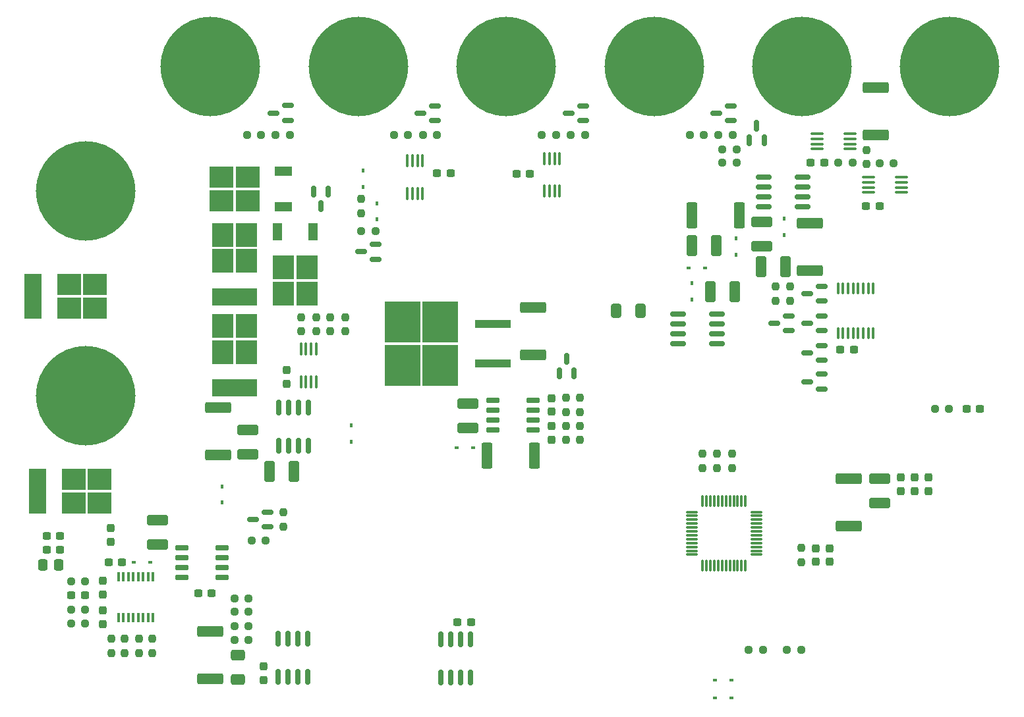
<source format=gbr>
%TF.GenerationSoftware,KiCad,Pcbnew,7.0.9-7.0.9~ubuntu22.04.1*%
%TF.CreationDate,2023-11-29T19:20:40+01:00*%
%TF.ProjectId,battery-management-system,62617474-6572-4792-9d6d-616e6167656d,rev?*%
%TF.SameCoordinates,Original*%
%TF.FileFunction,Paste,Bot*%
%TF.FilePolarity,Positive*%
%FSLAX46Y46*%
G04 Gerber Fmt 4.6, Leading zero omitted, Abs format (unit mm)*
G04 Created by KiCad (PCBNEW 7.0.9-7.0.9~ubuntu22.04.1) date 2023-11-29 19:20:40*
%MOMM*%
%LPD*%
G01*
G04 APERTURE LIST*
G04 Aperture macros list*
%AMRoundRect*
0 Rectangle with rounded corners*
0 $1 Rounding radius*
0 $2 $3 $4 $5 $6 $7 $8 $9 X,Y pos of 4 corners*
0 Add a 4 corners polygon primitive as box body*
4,1,4,$2,$3,$4,$5,$6,$7,$8,$9,$2,$3,0*
0 Add four circle primitives for the rounded corners*
1,1,$1+$1,$2,$3*
1,1,$1+$1,$4,$5*
1,1,$1+$1,$6,$7*
1,1,$1+$1,$8,$9*
0 Add four rect primitives between the rounded corners*
20,1,$1+$1,$2,$3,$4,$5,0*
20,1,$1+$1,$4,$5,$6,$7,0*
20,1,$1+$1,$6,$7,$8,$9,0*
20,1,$1+$1,$8,$9,$2,$3,0*%
G04 Aperture macros list end*
%ADD10C,12.800000*%
%ADD11RoundRect,0.100000X-0.100000X0.712500X-0.100000X-0.712500X0.100000X-0.712500X0.100000X0.712500X0*%
%ADD12RoundRect,0.237500X-0.237500X0.250000X-0.237500X-0.250000X0.237500X-0.250000X0.237500X0.250000X0*%
%ADD13RoundRect,0.237500X0.250000X0.237500X-0.250000X0.237500X-0.250000X-0.237500X0.250000X-0.237500X0*%
%ADD14R,2.750000X3.050000*%
%ADD15R,5.760000X2.200000*%
%ADD16RoundRect,0.249999X1.425001X-0.450001X1.425001X0.450001X-1.425001X0.450001X-1.425001X-0.450001X0*%
%ADD17RoundRect,0.237500X-0.300000X-0.237500X0.300000X-0.237500X0.300000X0.237500X-0.300000X0.237500X0*%
%ADD18RoundRect,0.150000X0.587500X0.150000X-0.587500X0.150000X-0.587500X-0.150000X0.587500X-0.150000X0*%
%ADD19RoundRect,0.237500X-0.237500X0.300000X-0.237500X-0.300000X0.237500X-0.300000X0.237500X0.300000X0*%
%ADD20RoundRect,0.237500X0.300000X0.237500X-0.300000X0.237500X-0.300000X-0.237500X0.300000X-0.237500X0*%
%ADD21R,0.450000X0.600000*%
%ADD22RoundRect,0.150000X0.150000X-0.587500X0.150000X0.587500X-0.150000X0.587500X-0.150000X-0.587500X0*%
%ADD23RoundRect,0.250000X0.337500X0.475000X-0.337500X0.475000X-0.337500X-0.475000X0.337500X-0.475000X0*%
%ADD24RoundRect,0.150000X0.825000X0.150000X-0.825000X0.150000X-0.825000X-0.150000X0.825000X-0.150000X0*%
%ADD25RoundRect,0.100000X0.712500X0.100000X-0.712500X0.100000X-0.712500X-0.100000X0.712500X-0.100000X0*%
%ADD26RoundRect,0.250000X-0.412500X-1.100000X0.412500X-1.100000X0.412500X1.100000X-0.412500X1.100000X0*%
%ADD27RoundRect,0.237500X0.237500X-0.250000X0.237500X0.250000X-0.237500X0.250000X-0.237500X-0.250000X0*%
%ADD28RoundRect,0.250000X1.100000X-0.412500X1.100000X0.412500X-1.100000X0.412500X-1.100000X-0.412500X0*%
%ADD29RoundRect,0.237500X0.237500X-0.300000X0.237500X0.300000X-0.237500X0.300000X-0.237500X-0.300000X0*%
%ADD30RoundRect,0.237500X-0.250000X-0.237500X0.250000X-0.237500X0.250000X0.237500X-0.250000X0.237500X0*%
%ADD31RoundRect,0.150000X0.150000X-0.825000X0.150000X0.825000X-0.150000X0.825000X-0.150000X-0.825000X0*%
%ADD32R,3.050000X2.750000*%
%ADD33R,2.200000X1.200000*%
%ADD34RoundRect,0.250000X-1.100000X0.412500X-1.100000X-0.412500X1.100000X-0.412500X1.100000X0.412500X0*%
%ADD35RoundRect,0.100000X-0.100000X0.637500X-0.100000X-0.637500X0.100000X-0.637500X0.100000X0.637500X0*%
%ADD36RoundRect,0.150000X-0.150000X0.587500X-0.150000X-0.587500X0.150000X-0.587500X0.150000X0.587500X0*%
%ADD37R,0.600000X0.450000*%
%ADD38RoundRect,0.250000X0.412500X1.100000X-0.412500X1.100000X-0.412500X-1.100000X0.412500X-1.100000X0*%
%ADD39RoundRect,0.249999X-0.450001X-1.425001X0.450001X-1.425001X0.450001X1.425001X-0.450001X1.425001X0*%
%ADD40RoundRect,0.250000X0.412500X0.650000X-0.412500X0.650000X-0.412500X-0.650000X0.412500X-0.650000X0*%
%ADD41R,4.550000X5.250000*%
%ADD42R,4.600000X1.100000*%
%ADD43RoundRect,0.150000X0.725000X0.150000X-0.725000X0.150000X-0.725000X-0.150000X0.725000X-0.150000X0*%
%ADD44RoundRect,0.100000X0.100000X-0.712500X0.100000X0.712500X-0.100000X0.712500X-0.100000X-0.712500X0*%
%ADD45RoundRect,0.150000X-0.825000X-0.150000X0.825000X-0.150000X0.825000X0.150000X-0.825000X0.150000X0*%
%ADD46RoundRect,0.249999X-1.425001X0.450001X-1.425001X-0.450001X1.425001X-0.450001X1.425001X0.450001X0*%
%ADD47RoundRect,0.075000X0.662500X0.075000X-0.662500X0.075000X-0.662500X-0.075000X0.662500X-0.075000X0*%
%ADD48RoundRect,0.075000X0.075000X0.662500X-0.075000X0.662500X-0.075000X-0.662500X0.075000X-0.662500X0*%
%ADD49R,0.400000X1.200000*%
%ADD50RoundRect,0.150000X-0.150000X0.825000X-0.150000X-0.825000X0.150000X-0.825000X0.150000X0.825000X0*%
%ADD51RoundRect,0.250000X-0.650000X0.412500X-0.650000X-0.412500X0.650000X-0.412500X0.650000X0.412500X0*%
%ADD52R,1.200000X2.200000*%
%ADD53R,2.200000X5.760000*%
%ADD54RoundRect,0.249999X0.450001X1.425001X-0.450001X1.425001X-0.450001X-1.425001X0.450001X-1.425001X0*%
G04 APERTURE END LIST*
D10*
%TO.C,J5*%
X122000000Y-30000000D03*
%TD*%
%TO.C,J1*%
X46000000Y-30000000D03*
%TD*%
%TO.C,J10*%
X30000000Y-72300000D03*
%TD*%
%TO.C,J6*%
X30000000Y-46000000D03*
%TD*%
%TO.C,J3*%
X84000000Y-30000000D03*
%TD*%
%TO.C,J2*%
X65000000Y-30000000D03*
%TD*%
%TO.C,J8*%
X141000000Y-30000000D03*
%TD*%
%TO.C,J4*%
X103000000Y-30000000D03*
%TD*%
D11*
%TO.C,U10*%
X57625000Y-66287500D03*
X58275000Y-66287500D03*
X58925000Y-66287500D03*
X59575000Y-66287500D03*
X59575000Y-70512500D03*
X58925000Y-70512500D03*
X58275000Y-70512500D03*
X57625000Y-70512500D03*
%TD*%
D12*
%TO.C,R50*%
X120500000Y-58287500D03*
X120500000Y-60112500D03*
%TD*%
D13*
%TO.C,R29*%
X90412500Y-38800000D03*
X88587500Y-38800000D03*
%TD*%
D14*
%TO.C,D9*%
X47575000Y-66675000D03*
X50625000Y-66675000D03*
X47575000Y-63325000D03*
X50625000Y-63325000D03*
D15*
X49100000Y-71300000D03*
%TD*%
D16*
%TO.C,R59*%
X128000000Y-89050000D03*
X128000000Y-82950000D03*
%TD*%
D17*
%TO.C,C17*%
X85337500Y-43800000D03*
X87062500Y-43800000D03*
%TD*%
D13*
%TO.C,R47*%
X53112500Y-90900000D03*
X51287500Y-90900000D03*
%TD*%
D17*
%TO.C,C26*%
X143137500Y-74000000D03*
X144862500Y-74000000D03*
%TD*%
D18*
%TO.C,Q7*%
X74875000Y-35050000D03*
X74875000Y-36950000D03*
X73000000Y-36000000D03*
%TD*%
D19*
%TO.C,C24*%
X125600000Y-91937500D03*
X125600000Y-93662500D03*
%TD*%
D13*
%TO.C,R26*%
X75112500Y-38800000D03*
X73287500Y-38800000D03*
%TD*%
D20*
%TO.C,C34*%
X131962500Y-47900000D03*
X130237500Y-47900000D03*
%TD*%
D21*
%TO.C,D24*%
X119700000Y-51650000D03*
X119700000Y-49550000D03*
%TD*%
D22*
%TO.C,Q11*%
X92750000Y-69437500D03*
X90850000Y-69437500D03*
X91800000Y-67562500D03*
%TD*%
D23*
%TO.C,C9*%
X26537500Y-94100000D03*
X24462500Y-94100000D03*
%TD*%
D24*
%TO.C,U15*%
X111075000Y-61795000D03*
X111075000Y-63065000D03*
X111075000Y-64335000D03*
X111075000Y-65605000D03*
X106125000Y-65605000D03*
X106125000Y-64335000D03*
X106125000Y-63065000D03*
X106125000Y-61795000D03*
%TD*%
D25*
%TO.C,U11*%
X128212500Y-38625000D03*
X128212500Y-39275000D03*
X128212500Y-39925000D03*
X128212500Y-40575000D03*
X123987500Y-40575000D03*
X123987500Y-39925000D03*
X123987500Y-39275000D03*
X123987500Y-38625000D03*
%TD*%
D19*
%TO.C,C4*%
X89800000Y-76237500D03*
X89800000Y-77962500D03*
%TD*%
D17*
%TO.C,C33*%
X126937500Y-66400000D03*
X128662500Y-66400000D03*
%TD*%
D19*
%TO.C,C25*%
X123800000Y-91937500D03*
X123800000Y-93662500D03*
%TD*%
D21*
%TO.C,D15*%
X107900000Y-57850000D03*
X107900000Y-59950000D03*
%TD*%
D26*
%TO.C,C36*%
X110237500Y-58900000D03*
X113362500Y-58900000D03*
%TD*%
D27*
%TO.C,R8*%
X91700000Y-78012500D03*
X91700000Y-76187500D03*
%TD*%
D13*
%TO.C,R23*%
X113612500Y-40600000D03*
X111787500Y-40600000D03*
%TD*%
D27*
%TO.C,R9*%
X91700000Y-74412500D03*
X91700000Y-72587500D03*
%TD*%
D12*
%TO.C,R39*%
X59600000Y-62187500D03*
X59600000Y-64012500D03*
%TD*%
D17*
%TO.C,C14*%
X28137500Y-98000000D03*
X29862500Y-98000000D03*
%TD*%
D28*
%TO.C,C1*%
X39200000Y-91462500D03*
X39200000Y-88337500D03*
%TD*%
D29*
%TO.C,C10*%
X32200000Y-97862500D03*
X32200000Y-96137500D03*
%TD*%
D30*
%TO.C,R5*%
X49087500Y-100100000D03*
X50912500Y-100100000D03*
%TD*%
D13*
%TO.C,R28*%
X94112500Y-38800000D03*
X92287500Y-38800000D03*
%TD*%
D29*
%TO.C,C18*%
X52800000Y-108862500D03*
X52800000Y-107137500D03*
%TD*%
D13*
%TO.C,R22*%
X113612500Y-42300000D03*
X111787500Y-42300000D03*
%TD*%
%TO.C,R24*%
X56212500Y-38800000D03*
X54387500Y-38800000D03*
%TD*%
D31*
%TO.C,U9*%
X79405000Y-108575000D03*
X78135000Y-108575000D03*
X76865000Y-108575000D03*
X75595000Y-108575000D03*
X75595000Y-103625000D03*
X76865000Y-103625000D03*
X78135000Y-103625000D03*
X79405000Y-103625000D03*
%TD*%
D32*
%TO.C,Q2*%
X50775000Y-47225000D03*
X50775000Y-44175000D03*
X47425000Y-47225000D03*
X47425000Y-44175000D03*
D33*
X55400000Y-43420000D03*
X55400000Y-47980000D03*
%TD*%
D13*
%TO.C,R21*%
X121912500Y-105000000D03*
X120087500Y-105000000D03*
%TD*%
D27*
%TO.C,R42*%
X61400000Y-64012500D03*
X61400000Y-62187500D03*
%TD*%
D18*
%TO.C,Q12*%
X120337500Y-62050000D03*
X120337500Y-63950000D03*
X118462500Y-63000000D03*
%TD*%
D13*
%TO.C,R6*%
X50912500Y-101900000D03*
X49087500Y-101900000D03*
%TD*%
D30*
%TO.C,FB1*%
X28087500Y-96200000D03*
X29912500Y-96200000D03*
%TD*%
D21*
%TO.C,D3*%
X47500000Y-86050000D03*
X47500000Y-83950000D03*
%TD*%
D27*
%TO.C,R16*%
X36800000Y-105412500D03*
X36800000Y-103587500D03*
%TD*%
D13*
%TO.C,R7*%
X50912500Y-98400000D03*
X49087500Y-98400000D03*
%TD*%
D34*
%TO.C,C19*%
X132000000Y-82937500D03*
X132000000Y-86062500D03*
%TD*%
D29*
%TO.C,C27*%
X55800000Y-70762500D03*
X55800000Y-69037500D03*
%TD*%
D16*
%TO.C,R1*%
X131500000Y-38750000D03*
X131500000Y-32650000D03*
%TD*%
D35*
%TO.C,U13*%
X126625000Y-58537500D03*
X127275000Y-58537500D03*
X127925000Y-58537500D03*
X128575000Y-58537500D03*
X129225000Y-58537500D03*
X129875000Y-58537500D03*
X130525000Y-58537500D03*
X131175000Y-58537500D03*
X131175000Y-64262500D03*
X130525000Y-64262500D03*
X129875000Y-64262500D03*
X129225000Y-64262500D03*
X128575000Y-64262500D03*
X127925000Y-64262500D03*
X127275000Y-64262500D03*
X126625000Y-64262500D03*
%TD*%
D21*
%TO.C,D2*%
X67400000Y-47550000D03*
X67400000Y-49650000D03*
%TD*%
D18*
%TO.C,Q16*%
X124537500Y-65850000D03*
X124537500Y-67750000D03*
X122662500Y-66800000D03*
%TD*%
D13*
%TO.C,R55*%
X133812500Y-42400000D03*
X131987500Y-42400000D03*
%TD*%
%TO.C,R25*%
X52512500Y-38800000D03*
X50687500Y-38800000D03*
%TD*%
D36*
%TO.C,Q1*%
X59250000Y-46062500D03*
X61150000Y-46062500D03*
X60200000Y-47937500D03*
%TD*%
D19*
%TO.C,C21*%
X134700000Y-82837500D03*
X134700000Y-84562500D03*
%TD*%
D37*
%TO.C,D21*%
X110850000Y-108900000D03*
X112950000Y-108900000D03*
%TD*%
D16*
%TO.C,R51*%
X46000000Y-108750000D03*
X46000000Y-102650000D03*
%TD*%
D38*
%TO.C,C28*%
X56762500Y-82000000D03*
X53637500Y-82000000D03*
%TD*%
D30*
%TO.C,R35*%
X139087500Y-74000000D03*
X140912500Y-74000000D03*
%TD*%
D11*
%TO.C,U6*%
X71325000Y-42087500D03*
X71975000Y-42087500D03*
X72625000Y-42087500D03*
X73275000Y-42087500D03*
X73275000Y-46312500D03*
X72625000Y-46312500D03*
X71975000Y-46312500D03*
X71325000Y-46312500D03*
%TD*%
D39*
%TO.C,R52*%
X81550000Y-80000000D03*
X87650000Y-80000000D03*
%TD*%
D12*
%TO.C,R36*%
X109200000Y-79787500D03*
X109200000Y-81612500D03*
%TD*%
%TO.C,R49*%
X118600000Y-58287500D03*
X118600000Y-60112500D03*
%TD*%
D20*
%TO.C,C3*%
X46162500Y-97700000D03*
X44437500Y-97700000D03*
%TD*%
D13*
%TO.C,R30*%
X113112500Y-38800000D03*
X111287500Y-38800000D03*
%TD*%
D30*
%TO.C,R4*%
X49087500Y-103700000D03*
X50912500Y-103700000D03*
%TD*%
D40*
%TO.C,C8*%
X101262500Y-61400000D03*
X98137500Y-61400000D03*
%TD*%
D18*
%TO.C,Q10*%
X53337500Y-87250000D03*
X53337500Y-89150000D03*
X51462500Y-88200000D03*
%TD*%
D27*
%TO.C,R57*%
X130300000Y-42512500D03*
X130300000Y-40687500D03*
%TD*%
D12*
%TO.C,R38*%
X113000000Y-79787500D03*
X113000000Y-81612500D03*
%TD*%
D18*
%TO.C,Q6*%
X56000000Y-35000000D03*
X56000000Y-36900000D03*
X54125000Y-35950000D03*
%TD*%
D20*
%TO.C,C23*%
X79462500Y-101400000D03*
X77737500Y-101400000D03*
%TD*%
D12*
%TO.C,R2*%
X65400000Y-46987500D03*
X65400000Y-48812500D03*
%TD*%
D14*
%TO.C,D8*%
X47575000Y-54975000D03*
X50625000Y-54975000D03*
X47575000Y-51625000D03*
X50625000Y-51625000D03*
D15*
X49100000Y-59600000D03*
%TD*%
D41*
%TO.C,R48*%
X75550000Y-68375000D03*
X75550000Y-62825000D03*
X70700000Y-68375000D03*
X70700000Y-62825000D03*
D42*
X82275000Y-63060000D03*
X82275000Y-68140000D03*
%TD*%
D31*
%TO.C,U12*%
X58605000Y-78775000D03*
X57335000Y-78775000D03*
X56065000Y-78775000D03*
X54795000Y-78775000D03*
X54795000Y-73825000D03*
X56065000Y-73825000D03*
X57335000Y-73825000D03*
X58605000Y-73825000D03*
%TD*%
D29*
%TO.C,C12*%
X32200000Y-101662500D03*
X32200000Y-99937500D03*
%TD*%
D38*
%TO.C,C37*%
X119862500Y-55700000D03*
X116737500Y-55700000D03*
%TD*%
D20*
%TO.C,C35*%
X124862500Y-42300000D03*
X123137500Y-42300000D03*
%TD*%
D43*
%TO.C,U1*%
X47475000Y-91895000D03*
X47475000Y-93165000D03*
X47475000Y-94435000D03*
X47475000Y-95705000D03*
X42325000Y-95705000D03*
X42325000Y-94435000D03*
X42325000Y-93165000D03*
X42325000Y-91895000D03*
%TD*%
D37*
%TO.C,D23*%
X109550000Y-55900000D03*
X107450000Y-55900000D03*
%TD*%
D12*
%TO.C,R37*%
X111100000Y-79787500D03*
X111100000Y-81612500D03*
%TD*%
D21*
%TO.C,D1*%
X65600000Y-45450000D03*
X65600000Y-43350000D03*
%TD*%
D12*
%TO.C,R10*%
X93500000Y-72587500D03*
X93500000Y-74412500D03*
%TD*%
D44*
%TO.C,U7*%
X90875000Y-46012500D03*
X90225000Y-46012500D03*
X89575000Y-46012500D03*
X88925000Y-46012500D03*
X88925000Y-41787500D03*
X89575000Y-41787500D03*
X90225000Y-41787500D03*
X90875000Y-41787500D03*
%TD*%
D20*
%TO.C,C13*%
X26662500Y-92100000D03*
X24937500Y-92100000D03*
%TD*%
D28*
%TO.C,C29*%
X50800000Y-79862500D03*
X50800000Y-76737500D03*
%TD*%
D43*
%TO.C,U2*%
X87475000Y-72895000D03*
X87475000Y-74165000D03*
X87475000Y-75435000D03*
X87475000Y-76705000D03*
X82325000Y-76705000D03*
X82325000Y-75435000D03*
X82325000Y-74165000D03*
X82325000Y-72895000D03*
%TD*%
D22*
%TO.C,Q5*%
X117150000Y-39437500D03*
X115250000Y-39437500D03*
X116200000Y-37562500D03*
%TD*%
D13*
%TO.C,R3*%
X67212500Y-51100000D03*
X65387500Y-51100000D03*
%TD*%
D18*
%TO.C,Q4*%
X67237500Y-52850000D03*
X67237500Y-54750000D03*
X65362500Y-53800000D03*
%TD*%
D45*
%TO.C,U16*%
X117125000Y-48005000D03*
X117125000Y-46735000D03*
X117125000Y-45465000D03*
X117125000Y-44195000D03*
X122075000Y-44195000D03*
X122075000Y-45465000D03*
X122075000Y-46735000D03*
X122075000Y-48005000D03*
%TD*%
D18*
%TO.C,Q17*%
X124537500Y-69550000D03*
X124537500Y-71450000D03*
X122662500Y-70500000D03*
%TD*%
D37*
%TO.C,D20*%
X77650000Y-79000000D03*
X79750000Y-79000000D03*
%TD*%
D20*
%TO.C,C16*%
X76862500Y-43700000D03*
X75137500Y-43700000D03*
%TD*%
D12*
%TO.C,R46*%
X55400000Y-87287500D03*
X55400000Y-89112500D03*
%TD*%
D46*
%TO.C,R43*%
X47000000Y-73850000D03*
X47000000Y-79950000D03*
%TD*%
D29*
%TO.C,C5*%
X33200000Y-91062500D03*
X33200000Y-89337500D03*
%TD*%
D30*
%TO.C,R20*%
X115187500Y-105000000D03*
X117012500Y-105000000D03*
%TD*%
D13*
%TO.C,R31*%
X109412500Y-38800000D03*
X107587500Y-38800000D03*
%TD*%
D28*
%TO.C,C2*%
X79100000Y-76462500D03*
X79100000Y-73337500D03*
%TD*%
D27*
%TO.C,R17*%
X33300000Y-105412500D03*
X33300000Y-103587500D03*
%TD*%
D30*
%TO.C,R56*%
X126687500Y-42300000D03*
X128512500Y-42300000D03*
%TD*%
D18*
%TO.C,Q9*%
X112875000Y-35050000D03*
X112875000Y-36950000D03*
X111000000Y-36000000D03*
%TD*%
D37*
%TO.C,D5*%
X38250000Y-93700000D03*
X36150000Y-93700000D03*
%TD*%
D13*
%TO.C,R12*%
X29912500Y-99800000D03*
X28087500Y-99800000D03*
%TD*%
%TO.C,R13*%
X29912500Y-101600000D03*
X28087500Y-101600000D03*
%TD*%
D19*
%TO.C,C22*%
X138300000Y-82837500D03*
X138300000Y-84562500D03*
%TD*%
D28*
%TO.C,C38*%
X116800000Y-53062500D03*
X116800000Y-49937500D03*
%TD*%
D18*
%TO.C,Q15*%
X124537500Y-62050000D03*
X124537500Y-63950000D03*
X122662500Y-63000000D03*
%TD*%
D47*
%TO.C,U4*%
X116162500Y-87250000D03*
X116162500Y-87750000D03*
X116162500Y-88250000D03*
X116162500Y-88750000D03*
X116162500Y-89250000D03*
X116162500Y-89750000D03*
X116162500Y-90250000D03*
X116162500Y-90750000D03*
X116162500Y-91250000D03*
X116162500Y-91750000D03*
X116162500Y-92250000D03*
X116162500Y-92750000D03*
D48*
X114750000Y-94162500D03*
X114250000Y-94162500D03*
X113750000Y-94162500D03*
X113250000Y-94162500D03*
X112750000Y-94162500D03*
X112250000Y-94162500D03*
X111750000Y-94162500D03*
X111250000Y-94162500D03*
X110750000Y-94162500D03*
X110250000Y-94162500D03*
X109750000Y-94162500D03*
X109250000Y-94162500D03*
D47*
X107837500Y-92750000D03*
X107837500Y-92250000D03*
X107837500Y-91750000D03*
X107837500Y-91250000D03*
X107837500Y-90750000D03*
X107837500Y-90250000D03*
X107837500Y-89750000D03*
X107837500Y-89250000D03*
X107837500Y-88750000D03*
X107837500Y-88250000D03*
X107837500Y-87750000D03*
X107837500Y-87250000D03*
D48*
X109250000Y-85837500D03*
X109750000Y-85837500D03*
X110250000Y-85837500D03*
X110750000Y-85837500D03*
X111250000Y-85837500D03*
X111750000Y-85837500D03*
X112250000Y-85837500D03*
X112750000Y-85837500D03*
X113250000Y-85837500D03*
X113750000Y-85837500D03*
X114250000Y-85837500D03*
X114750000Y-85837500D03*
%TD*%
D49*
%TO.C,U3*%
X38622500Y-100800000D03*
X37987500Y-100800000D03*
X37352500Y-100800000D03*
X36717500Y-100800000D03*
X36082500Y-100800000D03*
X35447500Y-100800000D03*
X34812500Y-100800000D03*
X34177500Y-100800000D03*
X34177500Y-95600000D03*
X34812500Y-95600000D03*
X35447500Y-95600000D03*
X36082500Y-95600000D03*
X36717500Y-95600000D03*
X37352500Y-95600000D03*
X37987500Y-95600000D03*
X38622500Y-95600000D03*
%TD*%
D18*
%TO.C,Q14*%
X124537500Y-58250000D03*
X124537500Y-60150000D03*
X122662500Y-59200000D03*
%TD*%
D50*
%TO.C,U8*%
X54695000Y-103525000D03*
X55965000Y-103525000D03*
X57235000Y-103525000D03*
X58505000Y-103525000D03*
X58505000Y-108475000D03*
X57235000Y-108475000D03*
X55965000Y-108475000D03*
X54695000Y-108475000D03*
%TD*%
D20*
%TO.C,C11*%
X26662500Y-90300000D03*
X24937500Y-90300000D03*
%TD*%
D19*
%TO.C,C6*%
X89800000Y-72637500D03*
X89800000Y-74362500D03*
%TD*%
D20*
%TO.C,C15*%
X34662500Y-93700000D03*
X32937500Y-93700000D03*
%TD*%
D12*
%TO.C,R11*%
X93500000Y-76187500D03*
X93500000Y-78012500D03*
%TD*%
D25*
%TO.C,U14*%
X134812500Y-44225000D03*
X134812500Y-44875000D03*
X134812500Y-45525000D03*
X134812500Y-46175000D03*
X130587500Y-46175000D03*
X130587500Y-45525000D03*
X130587500Y-44875000D03*
X130587500Y-44225000D03*
%TD*%
D46*
%TO.C,R45*%
X123000000Y-50150000D03*
X123000000Y-56250000D03*
%TD*%
D51*
%TO.C,C7*%
X49500000Y-105637500D03*
X49500000Y-108762500D03*
%TD*%
D12*
%TO.C,R41*%
X63300000Y-62187500D03*
X63300000Y-64012500D03*
%TD*%
D19*
%TO.C,C20*%
X136500000Y-82837500D03*
X136500000Y-84562500D03*
%TD*%
D27*
%TO.C,R40*%
X57700000Y-64012500D03*
X57700000Y-62187500D03*
%TD*%
%TO.C,R15*%
X35000000Y-105412500D03*
X35000000Y-103587500D03*
%TD*%
D14*
%TO.C,Q3*%
X58425000Y-55825000D03*
X55375000Y-55825000D03*
X58425000Y-59175000D03*
X55375000Y-59175000D03*
D52*
X54620000Y-51200000D03*
X59180000Y-51200000D03*
%TD*%
D21*
%TO.C,D22*%
X64100000Y-76150000D03*
X64100000Y-78250000D03*
%TD*%
D27*
%TO.C,R14*%
X38500000Y-105412500D03*
X38500000Y-103587500D03*
%TD*%
D46*
%TO.C,R54*%
X87500000Y-60950000D03*
X87500000Y-67050000D03*
%TD*%
D18*
%TO.C,Q8*%
X93875000Y-35050000D03*
X93875000Y-36950000D03*
X92000000Y-36000000D03*
%TD*%
D32*
%TO.C,D13*%
X27825000Y-57975000D03*
X27825000Y-61025000D03*
X31175000Y-57975000D03*
X31175000Y-61025000D03*
D53*
X23200000Y-59500000D03*
%TD*%
D21*
%TO.C,D25*%
X113500000Y-52050000D03*
X113500000Y-54150000D03*
%TD*%
D37*
%TO.C,D4*%
X110850000Y-111200000D03*
X112950000Y-111200000D03*
%TD*%
D13*
%TO.C,R27*%
X71412500Y-38800000D03*
X69587500Y-38800000D03*
%TD*%
D32*
%TO.C,D14*%
X28425000Y-83075000D03*
X28425000Y-86125000D03*
X31775000Y-83075000D03*
X31775000Y-86125000D03*
D53*
X23800000Y-84600000D03*
%TD*%
D12*
%TO.C,FB2*%
X121900000Y-91887500D03*
X121900000Y-93712500D03*
%TD*%
D54*
%TO.C,R44*%
X113950000Y-49100000D03*
X107850000Y-49100000D03*
%TD*%
D38*
%TO.C,C39*%
X110962500Y-53000000D03*
X107837500Y-53000000D03*
%TD*%
M02*

</source>
